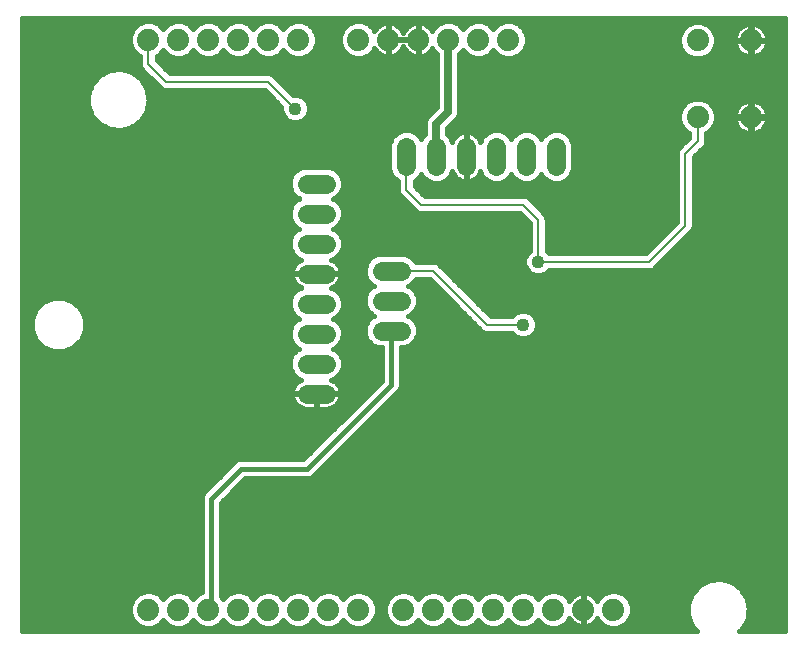
<source format=gbl>
G75*
G70*
%OFA0B0*%
%FSLAX25Y25*%
%IPPOS*%
%LPD*%
%AMOC8*
5,1,8,0,0,1.08239X$1,22.5*
%
%ADD10C,0.07400*%
%ADD11C,0.06400*%
%ADD12C,0.04362*%
%ADD13C,0.01600*%
%ADD14C,0.00800*%
%ADD15C,0.02500*%
D10*
X0046814Y0015039D03*
X0056814Y0015039D03*
X0066814Y0015039D03*
X0076814Y0015039D03*
X0086814Y0015039D03*
X0096814Y0015039D03*
X0106814Y0015039D03*
X0116814Y0015039D03*
X0131814Y0015039D03*
X0141814Y0015039D03*
X0151814Y0015039D03*
X0161814Y0015039D03*
X0171814Y0015039D03*
X0181814Y0015039D03*
X0191814Y0015039D03*
X0201814Y0015039D03*
X0229914Y0179239D03*
X0247714Y0179239D03*
X0247714Y0204839D03*
X0229914Y0204839D03*
X0166814Y0205039D03*
X0156814Y0205039D03*
X0146814Y0205039D03*
X0136814Y0205039D03*
X0126814Y0205039D03*
X0116814Y0205039D03*
X0096814Y0205039D03*
X0086814Y0205039D03*
X0076814Y0205039D03*
X0066814Y0205039D03*
X0056814Y0205039D03*
X0046814Y0205039D03*
D11*
X0099614Y0157039D02*
X0106014Y0157039D01*
X0106014Y0147039D02*
X0099614Y0147039D01*
X0099614Y0137039D02*
X0106014Y0137039D01*
X0106014Y0127039D02*
X0099614Y0127039D01*
X0099614Y0117039D02*
X0106014Y0117039D01*
X0106014Y0107039D02*
X0099614Y0107039D01*
X0099614Y0097039D02*
X0106014Y0097039D01*
X0106014Y0087039D02*
X0099614Y0087039D01*
X0124614Y0108039D02*
X0131014Y0108039D01*
X0131014Y0118039D02*
X0124614Y0118039D01*
X0124614Y0128039D02*
X0131014Y0128039D01*
X0132814Y0162839D02*
X0132814Y0169239D01*
X0142814Y0169239D02*
X0142814Y0162839D01*
X0152814Y0162839D02*
X0152814Y0169239D01*
X0162814Y0169239D02*
X0162814Y0162839D01*
X0172814Y0162839D02*
X0172814Y0169239D01*
X0182814Y0169239D02*
X0182814Y0162839D01*
D12*
X0176814Y0131039D03*
X0171814Y0110039D03*
X0222814Y0126039D03*
X0174814Y0072039D03*
X0213314Y0070789D03*
X0095814Y0182039D03*
D13*
X0004614Y0212239D02*
X0004614Y0007839D01*
X0229878Y0007839D01*
X0228184Y0009696D01*
X0228184Y0009696D01*
X0226837Y0013174D01*
X0226837Y0013174D01*
X0226837Y0016904D01*
X0226837Y0016904D01*
X0228184Y0020382D01*
X0228184Y0020382D01*
X0230697Y0023139D01*
X0230698Y0023139D01*
X0234036Y0024802D01*
X0234037Y0024802D01*
X0237750Y0025146D01*
X0237751Y0025146D01*
X0241338Y0024125D01*
X0241338Y0024125D01*
X0244315Y0021877D01*
X0244315Y0021877D01*
X0244315Y0021877D01*
X0246278Y0018706D01*
X0246278Y0018706D01*
X0246964Y0015039D01*
X0246278Y0011373D01*
X0246278Y0011372D01*
X0244315Y0008202D01*
X0244315Y0008201D01*
X0243835Y0007839D01*
X0259014Y0007839D01*
X0259014Y0212239D01*
X0004614Y0212239D01*
X0004614Y0211236D02*
X0259014Y0211236D01*
X0259014Y0209638D02*
X0250411Y0209638D01*
X0250596Y0209543D02*
X0249825Y0209936D01*
X0249002Y0210204D01*
X0248147Y0210339D01*
X0247914Y0210339D01*
X0247914Y0205042D01*
X0247513Y0205042D01*
X0247513Y0210339D01*
X0247281Y0210339D01*
X0246426Y0210204D01*
X0245603Y0209936D01*
X0244831Y0209543D01*
X0244131Y0209034D01*
X0243519Y0208422D01*
X0243010Y0207722D01*
X0242617Y0206950D01*
X0242350Y0206127D01*
X0242214Y0205272D01*
X0242214Y0205039D01*
X0247511Y0205039D01*
X0247511Y0204639D01*
X0242214Y0204639D01*
X0242214Y0204406D01*
X0242350Y0203551D01*
X0242617Y0202728D01*
X0243010Y0201957D01*
X0243519Y0201256D01*
X0244131Y0200644D01*
X0244831Y0200135D01*
X0245603Y0199742D01*
X0246426Y0199475D01*
X0247281Y0199339D01*
X0247513Y0199339D01*
X0247513Y0204637D01*
X0247914Y0204637D01*
X0247914Y0199339D01*
X0248147Y0199339D01*
X0249002Y0199475D01*
X0249825Y0199742D01*
X0250596Y0200135D01*
X0251297Y0200644D01*
X0251909Y0201256D01*
X0252418Y0201957D01*
X0252811Y0202728D01*
X0253078Y0203551D01*
X0253214Y0204406D01*
X0253214Y0204639D01*
X0247917Y0204639D01*
X0247917Y0205039D01*
X0253214Y0205039D01*
X0253214Y0205272D01*
X0253078Y0206127D01*
X0252811Y0206950D01*
X0252418Y0207722D01*
X0251909Y0208422D01*
X0251297Y0209034D01*
X0250596Y0209543D01*
X0252187Y0208039D02*
X0259014Y0208039D01*
X0259014Y0206441D02*
X0252977Y0206441D01*
X0247914Y0206441D02*
X0247513Y0206441D01*
X0247513Y0208039D02*
X0247914Y0208039D01*
X0247914Y0209638D02*
X0247513Y0209638D01*
X0245018Y0209638D02*
X0233742Y0209638D01*
X0233369Y0210010D02*
X0231128Y0210939D01*
X0228700Y0210939D01*
X0226459Y0210010D01*
X0224743Y0208294D01*
X0223814Y0206053D01*
X0223814Y0203626D01*
X0224743Y0201384D01*
X0226459Y0199668D01*
X0228700Y0198739D01*
X0231128Y0198739D01*
X0233369Y0199668D01*
X0235085Y0201384D01*
X0236014Y0203626D01*
X0236014Y0206053D01*
X0235085Y0208294D01*
X0233369Y0210010D01*
X0235191Y0208039D02*
X0243241Y0208039D01*
X0242452Y0206441D02*
X0235853Y0206441D01*
X0236014Y0204843D02*
X0247511Y0204843D01*
X0247917Y0204843D02*
X0259014Y0204843D01*
X0259014Y0203244D02*
X0252978Y0203244D01*
X0252192Y0201646D02*
X0259014Y0201646D01*
X0259014Y0200047D02*
X0250423Y0200047D01*
X0247914Y0200047D02*
X0247513Y0200047D01*
X0247513Y0201646D02*
X0247914Y0201646D01*
X0247914Y0203244D02*
X0247513Y0203244D01*
X0245004Y0200047D02*
X0233748Y0200047D01*
X0235193Y0201646D02*
X0243236Y0201646D01*
X0242449Y0203244D02*
X0235856Y0203244D01*
X0226080Y0200047D02*
X0170448Y0200047D01*
X0170269Y0199868D02*
X0171985Y0201584D01*
X0172914Y0203826D01*
X0172914Y0206253D01*
X0171985Y0208494D01*
X0170269Y0210210D01*
X0168028Y0211139D01*
X0165600Y0211139D01*
X0163359Y0210210D01*
X0161814Y0208665D01*
X0160269Y0210210D01*
X0158028Y0211139D01*
X0155600Y0211139D01*
X0153359Y0210210D01*
X0151814Y0208665D01*
X0150269Y0210210D01*
X0148028Y0211139D01*
X0145600Y0211139D01*
X0143359Y0210210D01*
X0141643Y0208494D01*
X0141446Y0208020D01*
X0141009Y0208622D01*
X0140397Y0209234D01*
X0139696Y0209743D01*
X0138925Y0210136D01*
X0138102Y0210404D01*
X0137247Y0210539D01*
X0137014Y0210539D01*
X0137014Y0205242D01*
X0136613Y0205242D01*
X0136613Y0210539D01*
X0136381Y0210539D01*
X0135526Y0210404D01*
X0134703Y0210136D01*
X0133931Y0209743D01*
X0133231Y0209234D01*
X0132619Y0208622D01*
X0132110Y0207922D01*
X0131814Y0207340D01*
X0131518Y0207922D01*
X0131009Y0208622D01*
X0130397Y0209234D01*
X0129696Y0209743D01*
X0128925Y0210136D01*
X0128102Y0210404D01*
X0127247Y0210539D01*
X0127014Y0210539D01*
X0127014Y0205242D01*
X0126613Y0205242D01*
X0126613Y0210539D01*
X0126381Y0210539D01*
X0125526Y0210404D01*
X0124703Y0210136D01*
X0123931Y0209743D01*
X0123231Y0209234D01*
X0122619Y0208622D01*
X0122181Y0208020D01*
X0121985Y0208494D01*
X0120269Y0210210D01*
X0118028Y0211139D01*
X0115600Y0211139D01*
X0113359Y0210210D01*
X0111643Y0208494D01*
X0110714Y0206253D01*
X0110714Y0203826D01*
X0111643Y0201584D01*
X0113359Y0199868D01*
X0115600Y0198939D01*
X0118028Y0198939D01*
X0120269Y0199868D01*
X0121985Y0201584D01*
X0122181Y0202059D01*
X0122619Y0201456D01*
X0123231Y0200844D01*
X0123931Y0200335D01*
X0124703Y0199942D01*
X0125526Y0199675D01*
X0126381Y0199539D01*
X0126613Y0199539D01*
X0126613Y0204837D01*
X0127014Y0204837D01*
X0127014Y0199539D01*
X0127247Y0199539D01*
X0128102Y0199675D01*
X0128925Y0199942D01*
X0129696Y0200335D01*
X0130397Y0200844D01*
X0131009Y0201456D01*
X0131518Y0202157D01*
X0131814Y0202738D01*
X0132110Y0202157D01*
X0132619Y0201456D01*
X0133231Y0200844D01*
X0133931Y0200335D01*
X0134703Y0199942D01*
X0135526Y0199675D01*
X0136381Y0199539D01*
X0136613Y0199539D01*
X0136613Y0204837D01*
X0137014Y0204837D01*
X0137014Y0199539D01*
X0137247Y0199539D01*
X0138102Y0199675D01*
X0138925Y0199942D01*
X0139696Y0200335D01*
X0140397Y0200844D01*
X0141009Y0201456D01*
X0141446Y0202059D01*
X0141643Y0201584D01*
X0143164Y0200063D01*
X0143164Y0182551D01*
X0140746Y0180133D01*
X0139720Y0179107D01*
X0139164Y0177765D01*
X0139164Y0173509D01*
X0138067Y0172411D01*
X0137814Y0171801D01*
X0137561Y0172411D01*
X0135986Y0173987D01*
X0133928Y0174839D01*
X0131700Y0174839D01*
X0129642Y0173987D01*
X0128067Y0172411D01*
X0127214Y0170353D01*
X0127214Y0161725D01*
X0128067Y0159667D01*
X0129642Y0158092D01*
X0130014Y0157938D01*
X0130014Y0155596D01*
X0130014Y0154482D01*
X0130441Y0153453D01*
X0135441Y0148453D01*
X0136228Y0147666D01*
X0137257Y0147239D01*
X0170654Y0147239D01*
X0174014Y0143880D01*
X0174014Y0134718D01*
X0172930Y0133634D01*
X0172233Y0131950D01*
X0172233Y0130128D01*
X0172930Y0128444D01*
X0174219Y0127156D01*
X0175903Y0126458D01*
X0177725Y0126458D01*
X0179409Y0127156D01*
X0180493Y0128239D01*
X0214371Y0128239D01*
X0215400Y0128666D01*
X0216187Y0129453D01*
X0228187Y0141453D01*
X0228614Y0142482D01*
X0228614Y0143596D01*
X0228614Y0165880D01*
X0232287Y0169553D01*
X0232714Y0170582D01*
X0232714Y0171696D01*
X0232714Y0173796D01*
X0233369Y0174068D01*
X0235085Y0175784D01*
X0236014Y0178026D01*
X0236014Y0180453D01*
X0235085Y0182694D01*
X0233369Y0184410D01*
X0231128Y0185339D01*
X0228700Y0185339D01*
X0226459Y0184410D01*
X0224743Y0182694D01*
X0223814Y0180453D01*
X0223814Y0178026D01*
X0224743Y0175784D01*
X0226459Y0174068D01*
X0227114Y0173796D01*
X0227114Y0172299D01*
X0224228Y0169413D01*
X0223441Y0168625D01*
X0223014Y0167596D01*
X0223014Y0144199D01*
X0212654Y0133839D01*
X0180493Y0133839D01*
X0179614Y0134718D01*
X0179614Y0145596D01*
X0179187Y0146625D01*
X0178400Y0147413D01*
X0173400Y0152413D01*
X0172371Y0152839D01*
X0171257Y0152839D01*
X0138974Y0152839D01*
X0135614Y0156199D01*
X0135614Y0157938D01*
X0135986Y0158092D01*
X0137561Y0159667D01*
X0137814Y0160278D01*
X0138067Y0159667D01*
X0139642Y0158092D01*
X0141700Y0157239D01*
X0143928Y0157239D01*
X0145986Y0158092D01*
X0147561Y0159667D01*
X0148136Y0161056D01*
X0148180Y0160920D01*
X0148538Y0160219D01*
X0149000Y0159582D01*
X0149557Y0159026D01*
X0150193Y0158563D01*
X0150894Y0158206D01*
X0151643Y0157963D01*
X0152420Y0157839D01*
X0152613Y0157839D01*
X0152613Y0165837D01*
X0153014Y0165837D01*
X0153014Y0157839D01*
X0153207Y0157839D01*
X0153985Y0157963D01*
X0154733Y0158206D01*
X0155435Y0158563D01*
X0156071Y0159026D01*
X0156628Y0159582D01*
X0157090Y0160219D01*
X0157448Y0160920D01*
X0157492Y0161056D01*
X0158067Y0159667D01*
X0159642Y0158092D01*
X0161700Y0157239D01*
X0163928Y0157239D01*
X0165986Y0158092D01*
X0167561Y0159667D01*
X0167814Y0160277D01*
X0168067Y0159667D01*
X0169642Y0158092D01*
X0171700Y0157239D01*
X0173928Y0157239D01*
X0175986Y0158092D01*
X0177561Y0159667D01*
X0177814Y0160277D01*
X0178067Y0159667D01*
X0179642Y0158092D01*
X0181700Y0157239D01*
X0183928Y0157239D01*
X0185986Y0158092D01*
X0187561Y0159667D01*
X0188414Y0161725D01*
X0188414Y0170353D01*
X0187561Y0172411D01*
X0185986Y0173987D01*
X0183928Y0174839D01*
X0181700Y0174839D01*
X0179642Y0173987D01*
X0178067Y0172411D01*
X0177814Y0171801D01*
X0177561Y0172411D01*
X0175986Y0173987D01*
X0173928Y0174839D01*
X0171700Y0174839D01*
X0169642Y0173987D01*
X0168067Y0172411D01*
X0167814Y0171801D01*
X0167561Y0172411D01*
X0165986Y0173987D01*
X0163928Y0174839D01*
X0161700Y0174839D01*
X0159642Y0173987D01*
X0158067Y0172411D01*
X0157492Y0171022D01*
X0157448Y0171159D01*
X0157090Y0171860D01*
X0156628Y0172496D01*
X0156071Y0173053D01*
X0155435Y0173515D01*
X0154733Y0173873D01*
X0153985Y0174116D01*
X0153207Y0174239D01*
X0153014Y0174239D01*
X0153014Y0166242D01*
X0152613Y0166242D01*
X0152613Y0174239D01*
X0152420Y0174239D01*
X0151643Y0174116D01*
X0150894Y0173873D01*
X0150193Y0173515D01*
X0149557Y0173053D01*
X0149000Y0172496D01*
X0148538Y0171860D01*
X0148180Y0171159D01*
X0148136Y0171022D01*
X0147561Y0172411D01*
X0146464Y0173509D01*
X0146464Y0175527D01*
X0149908Y0178972D01*
X0150464Y0180313D01*
X0150464Y0181765D01*
X0150464Y0200063D01*
X0151814Y0201413D01*
X0153359Y0199868D01*
X0155600Y0198939D01*
X0158028Y0198939D01*
X0160269Y0199868D01*
X0161814Y0201413D01*
X0163359Y0199868D01*
X0165600Y0198939D01*
X0168028Y0198939D01*
X0170269Y0199868D01*
X0172011Y0201646D02*
X0224634Y0201646D01*
X0223972Y0203244D02*
X0172673Y0203244D01*
X0172914Y0204843D02*
X0223814Y0204843D01*
X0223975Y0206441D02*
X0172836Y0206441D01*
X0172174Y0208039D02*
X0224637Y0208039D01*
X0226086Y0209638D02*
X0170842Y0209638D01*
X0162787Y0209638D02*
X0160842Y0209638D01*
X0152787Y0209638D02*
X0150842Y0209638D01*
X0142786Y0209638D02*
X0139841Y0209638D01*
X0141432Y0208039D02*
X0141455Y0208039D01*
X0137014Y0208039D02*
X0136613Y0208039D01*
X0136613Y0206441D02*
X0137014Y0206441D01*
X0136611Y0205239D02*
X0136611Y0204839D01*
X0132314Y0204839D01*
X0127017Y0204839D01*
X0127017Y0205239D01*
X0132314Y0205239D01*
X0136611Y0205239D01*
X0136611Y0204843D02*
X0127017Y0204843D01*
X0127014Y0206441D02*
X0126613Y0206441D01*
X0126613Y0208039D02*
X0127014Y0208039D01*
X0127014Y0209638D02*
X0126613Y0209638D01*
X0123787Y0209638D02*
X0120842Y0209638D01*
X0122174Y0208039D02*
X0122196Y0208039D01*
X0126613Y0203244D02*
X0127014Y0203244D01*
X0127014Y0201646D02*
X0126613Y0201646D01*
X0126613Y0200047D02*
X0127014Y0200047D01*
X0129131Y0200047D02*
X0134496Y0200047D01*
X0136613Y0200047D02*
X0137014Y0200047D01*
X0137014Y0201646D02*
X0136613Y0201646D01*
X0136613Y0203244D02*
X0137014Y0203244D01*
X0139131Y0200047D02*
X0143164Y0200047D01*
X0143164Y0198449D02*
X0049614Y0198449D01*
X0049614Y0198199D02*
X0049614Y0199596D01*
X0050269Y0199868D01*
X0051814Y0201413D01*
X0053359Y0199868D01*
X0055600Y0198939D01*
X0058028Y0198939D01*
X0060269Y0199868D01*
X0061814Y0201413D01*
X0063359Y0199868D01*
X0065600Y0198939D01*
X0068028Y0198939D01*
X0070269Y0199868D01*
X0071814Y0201413D01*
X0073359Y0199868D01*
X0075600Y0198939D01*
X0078028Y0198939D01*
X0080269Y0199868D01*
X0081814Y0201413D01*
X0083359Y0199868D01*
X0085600Y0198939D01*
X0088028Y0198939D01*
X0090269Y0199868D01*
X0091814Y0201413D01*
X0093359Y0199868D01*
X0095600Y0198939D01*
X0098028Y0198939D01*
X0100269Y0199868D01*
X0101985Y0201584D01*
X0102914Y0203826D01*
X0102914Y0206253D01*
X0101985Y0208494D01*
X0100269Y0210210D01*
X0098028Y0211139D01*
X0095600Y0211139D01*
X0093359Y0210210D01*
X0091814Y0208665D01*
X0090269Y0210210D01*
X0088028Y0211139D01*
X0085600Y0211139D01*
X0083359Y0210210D01*
X0081814Y0208665D01*
X0080269Y0210210D01*
X0078028Y0211139D01*
X0075600Y0211139D01*
X0073359Y0210210D01*
X0071814Y0208665D01*
X0070269Y0210210D01*
X0068028Y0211139D01*
X0065600Y0211139D01*
X0063359Y0210210D01*
X0061814Y0208665D01*
X0060269Y0210210D01*
X0058028Y0211139D01*
X0055600Y0211139D01*
X0053359Y0210210D01*
X0051814Y0208665D01*
X0050269Y0210210D01*
X0048028Y0211139D01*
X0045600Y0211139D01*
X0043359Y0210210D01*
X0041643Y0208494D01*
X0040714Y0206253D01*
X0040714Y0203826D01*
X0041643Y0201584D01*
X0043359Y0199868D01*
X0044014Y0199596D01*
X0044014Y0196482D01*
X0044441Y0195453D01*
X0045228Y0194666D01*
X0050441Y0189453D01*
X0051228Y0188666D01*
X0052257Y0188239D01*
X0085654Y0188239D01*
X0091233Y0182661D01*
X0091233Y0181128D01*
X0091930Y0179444D01*
X0093219Y0178156D01*
X0094903Y0177458D01*
X0096725Y0177458D01*
X0098409Y0178156D01*
X0099698Y0179444D01*
X0100395Y0181128D01*
X0100395Y0182950D01*
X0099698Y0184634D01*
X0098409Y0185923D01*
X0096725Y0186620D01*
X0095193Y0186620D01*
X0089187Y0192625D01*
X0088400Y0193413D01*
X0087371Y0193839D01*
X0053974Y0193839D01*
X0049614Y0198199D01*
X0050962Y0196850D02*
X0143164Y0196850D01*
X0143164Y0195252D02*
X0052561Y0195252D01*
X0047839Y0192055D02*
X0044079Y0192055D01*
X0044315Y0191877D02*
X0041338Y0194125D01*
X0037751Y0195146D01*
X0037750Y0195146D01*
X0034037Y0194802D01*
X0034036Y0194802D01*
X0030697Y0193139D01*
X0028184Y0190382D01*
X0026837Y0186904D01*
X0026837Y0183174D01*
X0028184Y0179696D01*
X0030697Y0176939D01*
X0030698Y0176939D01*
X0034036Y0175277D01*
X0034037Y0175277D01*
X0037750Y0174933D01*
X0037751Y0174933D01*
X0041338Y0175954D01*
X0044315Y0178201D01*
X0044315Y0178202D01*
X0046278Y0181372D01*
X0046278Y0181373D01*
X0046964Y0185039D01*
X0046278Y0188706D01*
X0044315Y0191877D01*
X0044315Y0191877D01*
X0044315Y0191877D01*
X0045194Y0190457D02*
X0049437Y0190457D01*
X0051035Y0188858D02*
X0046184Y0188858D01*
X0046278Y0188706D02*
X0046278Y0188706D01*
X0046549Y0187260D02*
X0086634Y0187260D01*
X0088232Y0185661D02*
X0046848Y0185661D01*
X0046781Y0184063D02*
X0089831Y0184063D01*
X0091233Y0182465D02*
X0046482Y0182465D01*
X0045965Y0180866D02*
X0091341Y0180866D01*
X0092107Y0179268D02*
X0044975Y0179268D01*
X0044315Y0178201D02*
X0044315Y0178201D01*
X0043610Y0177669D02*
X0094393Y0177669D01*
X0097235Y0177669D02*
X0139164Y0177669D01*
X0139164Y0176071D02*
X0041493Y0176071D01*
X0041338Y0175954D02*
X0041338Y0175954D01*
X0032441Y0176071D02*
X0004614Y0176071D01*
X0004614Y0177669D02*
X0030031Y0177669D01*
X0028574Y0179268D02*
X0004614Y0179268D01*
X0004614Y0180866D02*
X0027731Y0180866D01*
X0028184Y0179696D02*
X0028184Y0179696D01*
X0027112Y0182465D02*
X0004614Y0182465D01*
X0004614Y0184063D02*
X0026837Y0184063D01*
X0026837Y0183174D02*
X0026837Y0183174D01*
X0026837Y0185661D02*
X0004614Y0185661D01*
X0004614Y0187260D02*
X0026975Y0187260D01*
X0026837Y0186904D02*
X0026837Y0186904D01*
X0027594Y0188858D02*
X0004614Y0188858D01*
X0004614Y0190457D02*
X0028253Y0190457D01*
X0029710Y0192055D02*
X0004614Y0192055D01*
X0004614Y0193654D02*
X0031731Y0193654D01*
X0030697Y0193139D02*
X0030697Y0193139D01*
X0041338Y0194125D02*
X0041338Y0194125D01*
X0041963Y0193654D02*
X0046240Y0193654D01*
X0044642Y0195252D02*
X0004614Y0195252D01*
X0004614Y0196850D02*
X0044014Y0196850D01*
X0044014Y0198449D02*
X0004614Y0198449D01*
X0004614Y0200047D02*
X0043180Y0200047D01*
X0041617Y0201646D02*
X0004614Y0201646D01*
X0004614Y0203244D02*
X0040955Y0203244D01*
X0040714Y0204843D02*
X0004614Y0204843D01*
X0004614Y0206441D02*
X0040793Y0206441D01*
X0041455Y0208039D02*
X0004614Y0208039D01*
X0004614Y0209638D02*
X0042786Y0209638D01*
X0050842Y0209638D02*
X0052787Y0209638D01*
X0060842Y0209638D02*
X0062787Y0209638D01*
X0070842Y0209638D02*
X0072787Y0209638D01*
X0080842Y0209638D02*
X0082787Y0209638D01*
X0090842Y0209638D02*
X0092787Y0209638D01*
X0100842Y0209638D02*
X0112786Y0209638D01*
X0111455Y0208039D02*
X0102174Y0208039D01*
X0102836Y0206441D02*
X0110793Y0206441D01*
X0110714Y0204843D02*
X0102914Y0204843D01*
X0102673Y0203244D02*
X0110955Y0203244D01*
X0111617Y0201646D02*
X0102011Y0201646D01*
X0100448Y0200047D02*
X0113180Y0200047D01*
X0120448Y0200047D02*
X0124496Y0200047D01*
X0122481Y0201646D02*
X0122010Y0201646D01*
X0131146Y0201646D02*
X0132481Y0201646D01*
X0132196Y0208039D02*
X0131432Y0208039D01*
X0129841Y0209638D02*
X0133787Y0209638D01*
X0136613Y0209638D02*
X0137014Y0209638D01*
X0141146Y0201646D02*
X0141617Y0201646D01*
X0143164Y0193654D02*
X0087819Y0193654D01*
X0089757Y0192055D02*
X0143164Y0192055D01*
X0143164Y0190457D02*
X0091356Y0190457D01*
X0092954Y0188858D02*
X0143164Y0188858D01*
X0143164Y0187260D02*
X0094553Y0187260D01*
X0098670Y0185661D02*
X0143164Y0185661D01*
X0143164Y0184063D02*
X0099934Y0184063D01*
X0100395Y0182465D02*
X0143078Y0182465D01*
X0141479Y0180866D02*
X0100286Y0180866D01*
X0099521Y0179268D02*
X0139881Y0179268D01*
X0139164Y0174472D02*
X0134813Y0174472D01*
X0137099Y0172874D02*
X0138530Y0172874D01*
X0130815Y0174472D02*
X0004614Y0174472D01*
X0004614Y0172874D02*
X0128529Y0172874D01*
X0127596Y0171276D02*
X0004614Y0171276D01*
X0004614Y0169677D02*
X0127214Y0169677D01*
X0127214Y0168079D02*
X0004614Y0168079D01*
X0004614Y0166480D02*
X0127214Y0166480D01*
X0127214Y0164882D02*
X0004614Y0164882D01*
X0004614Y0163283D02*
X0127214Y0163283D01*
X0127231Y0161685D02*
X0109288Y0161685D01*
X0109186Y0161787D02*
X0107128Y0162639D01*
X0098500Y0162639D01*
X0096442Y0161787D01*
X0094867Y0160211D01*
X0094014Y0158153D01*
X0094014Y0155925D01*
X0094867Y0153867D01*
X0096442Y0152292D01*
X0097052Y0152039D01*
X0096442Y0151787D01*
X0094867Y0150211D01*
X0094014Y0148153D01*
X0094014Y0145925D01*
X0094867Y0143867D01*
X0096442Y0142292D01*
X0097052Y0142039D01*
X0096442Y0141787D01*
X0094867Y0140211D01*
X0094014Y0138153D01*
X0094014Y0135925D01*
X0094867Y0133867D01*
X0096442Y0132292D01*
X0097830Y0131717D01*
X0097694Y0131673D01*
X0096993Y0131315D01*
X0004614Y0131315D01*
X0004614Y0129717D02*
X0095379Y0129717D01*
X0095338Y0129660D02*
X0094980Y0128959D01*
X0094737Y0128210D01*
X0094614Y0127433D01*
X0094614Y0127239D01*
X0102611Y0127239D01*
X0102611Y0126839D01*
X0094614Y0126839D01*
X0094614Y0126646D01*
X0094737Y0125868D01*
X0094980Y0125120D01*
X0095338Y0124419D01*
X0095800Y0123782D01*
X0096357Y0123226D01*
X0096993Y0122763D01*
X0097694Y0122406D01*
X0097830Y0122361D01*
X0096442Y0121787D01*
X0094867Y0120211D01*
X0094014Y0118153D01*
X0094014Y0115925D01*
X0094867Y0113867D01*
X0096442Y0112292D01*
X0097052Y0112039D01*
X0096442Y0111787D01*
X0094867Y0110211D01*
X0094014Y0108153D01*
X0094014Y0105925D01*
X0094867Y0103867D01*
X0096442Y0102292D01*
X0097052Y0102039D01*
X0096442Y0101787D01*
X0094867Y0100211D01*
X0094014Y0098153D01*
X0094014Y0095925D01*
X0094867Y0093867D01*
X0096442Y0092292D01*
X0097830Y0091717D01*
X0097694Y0091673D01*
X0096993Y0091315D01*
X0096357Y0090853D01*
X0095800Y0090296D01*
X0095338Y0089660D01*
X0094980Y0088959D01*
X0094737Y0088210D01*
X0094614Y0087433D01*
X0094614Y0087239D01*
X0102611Y0087239D01*
X0102611Y0086839D01*
X0094614Y0086839D01*
X0094614Y0086646D01*
X0094737Y0085868D01*
X0094980Y0085120D01*
X0095338Y0084419D01*
X0095800Y0083782D01*
X0096357Y0083226D01*
X0096993Y0082763D01*
X0097694Y0082406D01*
X0098443Y0082163D01*
X0099220Y0082039D01*
X0102613Y0082039D01*
X0102613Y0086837D01*
X0103014Y0086837D01*
X0103014Y0082039D01*
X0106407Y0082039D01*
X0107185Y0082163D01*
X0107933Y0082406D01*
X0108635Y0082763D01*
X0109271Y0083226D01*
X0109828Y0083782D01*
X0110290Y0084419D01*
X0110648Y0085120D01*
X0110891Y0085868D01*
X0111014Y0086646D01*
X0111014Y0086839D01*
X0103017Y0086839D01*
X0103017Y0087239D01*
X0111014Y0087239D01*
X0111014Y0087433D01*
X0110891Y0088210D01*
X0110648Y0088959D01*
X0110290Y0089660D01*
X0109828Y0090296D01*
X0109271Y0090853D01*
X0108635Y0091315D01*
X0107933Y0091673D01*
X0107798Y0091717D01*
X0109186Y0092292D01*
X0110761Y0093867D01*
X0111614Y0095925D01*
X0111614Y0098153D01*
X0110761Y0100211D01*
X0109186Y0101787D01*
X0108576Y0102039D01*
X0109186Y0102292D01*
X0110761Y0103867D01*
X0111614Y0105925D01*
X0111614Y0108153D01*
X0110761Y0110211D01*
X0109186Y0111787D01*
X0108576Y0112039D01*
X0109186Y0112292D01*
X0110761Y0113867D01*
X0111614Y0115925D01*
X0111614Y0118153D01*
X0110761Y0120211D01*
X0109186Y0121787D01*
X0107798Y0122361D01*
X0107933Y0122406D01*
X0108635Y0122763D01*
X0109271Y0123226D01*
X0109828Y0123782D01*
X0110290Y0124419D01*
X0110648Y0125120D01*
X0110891Y0125868D01*
X0111014Y0126646D01*
X0111014Y0126839D01*
X0103017Y0126839D01*
X0103017Y0127239D01*
X0111014Y0127239D01*
X0111014Y0127433D01*
X0110891Y0128210D01*
X0110648Y0128959D01*
X0110290Y0129660D01*
X0109828Y0130296D01*
X0109271Y0130853D01*
X0108635Y0131315D01*
X0119970Y0131315D01*
X0119867Y0131211D02*
X0119014Y0129153D01*
X0119014Y0126925D01*
X0119867Y0124867D01*
X0121442Y0123292D01*
X0122052Y0123039D01*
X0121442Y0122787D01*
X0119867Y0121211D01*
X0119014Y0119153D01*
X0119014Y0116925D01*
X0119867Y0114867D01*
X0121442Y0113292D01*
X0122052Y0113039D01*
X0121442Y0112787D01*
X0119867Y0111211D01*
X0119014Y0109153D01*
X0119014Y0106925D01*
X0119867Y0104867D01*
X0121442Y0103292D01*
X0123500Y0102439D01*
X0124614Y0102439D01*
X0124614Y0091365D01*
X0098488Y0065239D01*
X0078451Y0065239D01*
X0077177Y0065239D01*
X0076001Y0064752D01*
X0066001Y0054752D01*
X0065101Y0053852D01*
X0064614Y0052676D01*
X0064614Y0020730D01*
X0063359Y0020210D01*
X0061814Y0018665D01*
X0060269Y0020210D01*
X0058028Y0021139D01*
X0055600Y0021139D01*
X0053359Y0020210D01*
X0051814Y0018665D01*
X0050269Y0020210D01*
X0048028Y0021139D01*
X0045600Y0021139D01*
X0043359Y0020210D01*
X0041643Y0018494D01*
X0040714Y0016253D01*
X0040714Y0013826D01*
X0041643Y0011584D01*
X0043359Y0009868D01*
X0045600Y0008939D01*
X0048028Y0008939D01*
X0050269Y0009868D01*
X0051814Y0011413D01*
X0053359Y0009868D01*
X0055600Y0008939D01*
X0058028Y0008939D01*
X0060269Y0009868D01*
X0061814Y0011413D01*
X0063359Y0009868D01*
X0065600Y0008939D01*
X0068028Y0008939D01*
X0070269Y0009868D01*
X0071814Y0011413D01*
X0073359Y0009868D01*
X0075600Y0008939D01*
X0078028Y0008939D01*
X0080269Y0009868D01*
X0081814Y0011413D01*
X0083359Y0009868D01*
X0085600Y0008939D01*
X0088028Y0008939D01*
X0090269Y0009868D01*
X0091814Y0011413D01*
X0093359Y0009868D01*
X0095600Y0008939D01*
X0098028Y0008939D01*
X0100269Y0009868D01*
X0101814Y0011413D01*
X0103359Y0009868D01*
X0105600Y0008939D01*
X0108028Y0008939D01*
X0110269Y0009868D01*
X0111814Y0011413D01*
X0113359Y0009868D01*
X0115600Y0008939D01*
X0118028Y0008939D01*
X0120269Y0009868D01*
X0121985Y0011584D01*
X0122914Y0013826D01*
X0122914Y0016253D01*
X0121985Y0018494D01*
X0120269Y0020210D01*
X0118028Y0021139D01*
X0115600Y0021139D01*
X0113359Y0020210D01*
X0111814Y0018665D01*
X0110269Y0020210D01*
X0108028Y0021139D01*
X0105600Y0021139D01*
X0103359Y0020210D01*
X0101814Y0018665D01*
X0100269Y0020210D01*
X0098028Y0021139D01*
X0095600Y0021139D01*
X0093359Y0020210D01*
X0091814Y0018665D01*
X0090269Y0020210D01*
X0088028Y0021139D01*
X0085600Y0021139D01*
X0083359Y0020210D01*
X0081814Y0018665D01*
X0080269Y0020210D01*
X0078028Y0021139D01*
X0075600Y0021139D01*
X0073359Y0020210D01*
X0071814Y0018665D01*
X0071014Y0019466D01*
X0071014Y0050713D01*
X0079140Y0058839D01*
X0100451Y0058839D01*
X0101627Y0059326D01*
X0102527Y0060226D01*
X0130527Y0088226D01*
X0131014Y0089402D01*
X0131014Y0090676D01*
X0131014Y0102439D01*
X0132128Y0102439D01*
X0134186Y0103292D01*
X0135761Y0104867D01*
X0136614Y0106925D01*
X0136614Y0109153D01*
X0135761Y0111211D01*
X0134186Y0112787D01*
X0133576Y0113039D01*
X0134186Y0113292D01*
X0135761Y0114867D01*
X0136614Y0116925D01*
X0136614Y0119153D01*
X0135761Y0121211D01*
X0134186Y0122787D01*
X0133576Y0123039D01*
X0134186Y0123292D01*
X0135761Y0124867D01*
X0135915Y0125239D01*
X0140654Y0125239D01*
X0158228Y0107666D01*
X0159257Y0107239D01*
X0160371Y0107239D01*
X0168135Y0107239D01*
X0169219Y0106156D01*
X0170903Y0105458D01*
X0172725Y0105458D01*
X0174409Y0106156D01*
X0175698Y0107444D01*
X0176395Y0109128D01*
X0176395Y0110950D01*
X0175698Y0112634D01*
X0174409Y0113923D01*
X0172725Y0114620D01*
X0170903Y0114620D01*
X0169219Y0113923D01*
X0168135Y0112839D01*
X0160974Y0112839D01*
X0143400Y0130413D01*
X0142371Y0130839D01*
X0141257Y0130839D01*
X0135915Y0130839D01*
X0135761Y0131211D01*
X0134186Y0132787D01*
X0132128Y0133639D01*
X0123500Y0133639D01*
X0121442Y0132787D01*
X0119867Y0131211D01*
X0119248Y0129717D02*
X0110249Y0129717D01*
X0110906Y0128118D02*
X0119014Y0128118D01*
X0119182Y0126520D02*
X0110994Y0126520D01*
X0110546Y0124921D02*
X0119844Y0124921D01*
X0121411Y0123323D02*
X0109369Y0123323D01*
X0109248Y0121724D02*
X0120380Y0121724D01*
X0119417Y0120126D02*
X0110797Y0120126D01*
X0111459Y0118528D02*
X0119014Y0118528D01*
X0119014Y0116929D02*
X0111614Y0116929D01*
X0111367Y0115331D02*
X0119674Y0115331D01*
X0121001Y0113732D02*
X0110627Y0113732D01*
X0108804Y0112134D02*
X0120789Y0112134D01*
X0119587Y0110535D02*
X0110437Y0110535D01*
X0111289Y0108937D02*
X0119014Y0108937D01*
X0119014Y0107339D02*
X0111614Y0107339D01*
X0111537Y0105740D02*
X0119505Y0105740D01*
X0120592Y0104142D02*
X0110875Y0104142D01*
X0109438Y0102543D02*
X0123249Y0102543D01*
X0124614Y0100945D02*
X0110028Y0100945D01*
X0111120Y0099346D02*
X0124614Y0099346D01*
X0124614Y0097748D02*
X0111614Y0097748D01*
X0111614Y0096150D02*
X0124614Y0096150D01*
X0124614Y0094551D02*
X0111044Y0094551D01*
X0109847Y0092953D02*
X0124614Y0092953D01*
X0124604Y0091354D02*
X0108558Y0091354D01*
X0110220Y0089756D02*
X0123005Y0089756D01*
X0121407Y0088157D02*
X0110899Y0088157D01*
X0111000Y0086559D02*
X0119808Y0086559D01*
X0118210Y0084961D02*
X0110567Y0084961D01*
X0109408Y0083362D02*
X0116611Y0083362D01*
X0115013Y0081764D02*
X0004614Y0081764D01*
X0004614Y0083362D02*
X0096220Y0083362D01*
X0095061Y0084961D02*
X0004614Y0084961D01*
X0004614Y0086559D02*
X0094628Y0086559D01*
X0094729Y0088157D02*
X0004614Y0088157D01*
X0004614Y0089756D02*
X0095408Y0089756D01*
X0097070Y0091354D02*
X0004614Y0091354D01*
X0004614Y0092953D02*
X0095781Y0092953D01*
X0094583Y0094551D02*
X0004614Y0094551D01*
X0004614Y0096150D02*
X0094014Y0096150D01*
X0094014Y0097748D02*
X0004614Y0097748D01*
X0004614Y0099346D02*
X0094509Y0099346D01*
X0095600Y0100945D02*
X0004614Y0100945D01*
X0004614Y0102543D02*
X0011723Y0102543D01*
X0011772Y0102494D02*
X0015044Y0101139D01*
X0018584Y0101139D01*
X0021856Y0102494D01*
X0024359Y0104998D01*
X0025714Y0108269D01*
X0025714Y0111809D01*
X0024359Y0115081D01*
X0021856Y0117584D01*
X0018584Y0118939D01*
X0015044Y0118939D01*
X0011772Y0117584D01*
X0009269Y0115081D01*
X0007914Y0111809D01*
X0007914Y0108269D01*
X0009269Y0104998D01*
X0011772Y0102494D01*
X0010125Y0104142D02*
X0004614Y0104142D01*
X0004614Y0105740D02*
X0008961Y0105740D01*
X0008299Y0107339D02*
X0004614Y0107339D01*
X0004614Y0108937D02*
X0007914Y0108937D01*
X0007914Y0110535D02*
X0004614Y0110535D01*
X0004614Y0112134D02*
X0008049Y0112134D01*
X0008711Y0113732D02*
X0004614Y0113732D01*
X0004614Y0115331D02*
X0009519Y0115331D01*
X0011117Y0116929D02*
X0004614Y0116929D01*
X0004614Y0118528D02*
X0014050Y0118528D01*
X0019578Y0118528D02*
X0094169Y0118528D01*
X0094014Y0116929D02*
X0022511Y0116929D01*
X0024109Y0115331D02*
X0094260Y0115331D01*
X0095001Y0113732D02*
X0024918Y0113732D01*
X0025580Y0112134D02*
X0096823Y0112134D01*
X0095191Y0110535D02*
X0025714Y0110535D01*
X0025714Y0108937D02*
X0094339Y0108937D01*
X0094014Y0107339D02*
X0025328Y0107339D01*
X0024667Y0105740D02*
X0094091Y0105740D01*
X0094752Y0104142D02*
X0023503Y0104142D01*
X0021905Y0102543D02*
X0096190Y0102543D01*
X0102613Y0086559D02*
X0103014Y0086559D01*
X0103014Y0084961D02*
X0102613Y0084961D01*
X0102613Y0083362D02*
X0103014Y0083362D01*
X0110218Y0076969D02*
X0004614Y0076969D01*
X0004614Y0078567D02*
X0111816Y0078567D01*
X0113415Y0080165D02*
X0004614Y0080165D01*
X0004614Y0075370D02*
X0108619Y0075370D01*
X0107021Y0073772D02*
X0004614Y0073772D01*
X0004614Y0072173D02*
X0105422Y0072173D01*
X0103824Y0070575D02*
X0004614Y0070575D01*
X0004614Y0068976D02*
X0102226Y0068976D01*
X0100627Y0067378D02*
X0004614Y0067378D01*
X0004614Y0065780D02*
X0099029Y0065780D01*
X0099814Y0062039D02*
X0077814Y0062039D01*
X0067814Y0052039D01*
X0067814Y0016039D01*
X0066814Y0015039D01*
X0071054Y0019425D02*
X0072574Y0019425D01*
X0071014Y0021024D02*
X0075322Y0021024D01*
X0078306Y0021024D02*
X0085322Y0021024D01*
X0088306Y0021024D02*
X0095322Y0021024D01*
X0098306Y0021024D02*
X0105322Y0021024D01*
X0108306Y0021024D02*
X0115322Y0021024D01*
X0118306Y0021024D02*
X0130322Y0021024D01*
X0130600Y0021139D02*
X0128359Y0020210D01*
X0126643Y0018494D01*
X0125714Y0016253D01*
X0125714Y0013826D01*
X0126643Y0011584D01*
X0128359Y0009868D01*
X0130600Y0008939D01*
X0133028Y0008939D01*
X0135269Y0009868D01*
X0136814Y0011413D01*
X0138359Y0009868D01*
X0140600Y0008939D01*
X0143028Y0008939D01*
X0145269Y0009868D01*
X0146814Y0011413D01*
X0148359Y0009868D01*
X0150600Y0008939D01*
X0153028Y0008939D01*
X0155269Y0009868D01*
X0156814Y0011413D01*
X0158359Y0009868D01*
X0160600Y0008939D01*
X0163028Y0008939D01*
X0165269Y0009868D01*
X0166814Y0011413D01*
X0168359Y0009868D01*
X0170600Y0008939D01*
X0173028Y0008939D01*
X0175269Y0009868D01*
X0176814Y0011413D01*
X0178359Y0009868D01*
X0180600Y0008939D01*
X0183028Y0008939D01*
X0185269Y0009868D01*
X0186985Y0011584D01*
X0187181Y0012059D01*
X0187619Y0011456D01*
X0188231Y0010844D01*
X0188931Y0010335D01*
X0189703Y0009942D01*
X0190526Y0009675D01*
X0191381Y0009539D01*
X0191613Y0009539D01*
X0191613Y0014837D01*
X0192014Y0014837D01*
X0192014Y0009539D01*
X0192247Y0009539D01*
X0193102Y0009675D01*
X0193925Y0009942D01*
X0194696Y0010335D01*
X0195397Y0010844D01*
X0196009Y0011456D01*
X0196446Y0012059D01*
X0196643Y0011584D01*
X0198359Y0009868D01*
X0200600Y0008939D01*
X0203028Y0008939D01*
X0205269Y0009868D01*
X0206985Y0011584D01*
X0207914Y0013826D01*
X0207914Y0016253D01*
X0206985Y0018494D01*
X0205269Y0020210D01*
X0203028Y0021139D01*
X0200600Y0021139D01*
X0198359Y0020210D01*
X0196643Y0018494D01*
X0196446Y0018019D01*
X0196009Y0018622D01*
X0195397Y0019234D01*
X0194696Y0019743D01*
X0193925Y0020136D01*
X0193102Y0020404D01*
X0192247Y0020539D01*
X0192014Y0020539D01*
X0192014Y0015242D01*
X0191613Y0015242D01*
X0191613Y0020539D01*
X0191381Y0020539D01*
X0190526Y0020404D01*
X0189703Y0020136D01*
X0188931Y0019743D01*
X0188231Y0019234D01*
X0187619Y0018622D01*
X0187181Y0018019D01*
X0186985Y0018494D01*
X0185269Y0020210D01*
X0183028Y0021139D01*
X0180600Y0021139D01*
X0178359Y0020210D01*
X0176814Y0018665D01*
X0175269Y0020210D01*
X0173028Y0021139D01*
X0170600Y0021139D01*
X0168359Y0020210D01*
X0166814Y0018665D01*
X0165269Y0020210D01*
X0163028Y0021139D01*
X0160600Y0021139D01*
X0158359Y0020210D01*
X0156814Y0018665D01*
X0155269Y0020210D01*
X0153028Y0021139D01*
X0150600Y0021139D01*
X0148359Y0020210D01*
X0146814Y0018665D01*
X0145269Y0020210D01*
X0143028Y0021139D01*
X0140600Y0021139D01*
X0138359Y0020210D01*
X0136814Y0018665D01*
X0135269Y0020210D01*
X0133028Y0021139D01*
X0130600Y0021139D01*
X0133306Y0021024D02*
X0140322Y0021024D01*
X0143306Y0021024D02*
X0150322Y0021024D01*
X0153306Y0021024D02*
X0160322Y0021024D01*
X0163306Y0021024D02*
X0170322Y0021024D01*
X0173306Y0021024D02*
X0180322Y0021024D01*
X0183306Y0021024D02*
X0200322Y0021024D01*
X0203306Y0021024D02*
X0228769Y0021024D01*
X0227814Y0019425D02*
X0206054Y0019425D01*
X0207262Y0017827D02*
X0227194Y0017827D01*
X0226837Y0016228D02*
X0207914Y0016228D01*
X0207914Y0014630D02*
X0226837Y0014630D01*
X0226892Y0013031D02*
X0207585Y0013031D01*
X0206834Y0011433D02*
X0227511Y0011433D01*
X0228131Y0009835D02*
X0205188Y0009835D01*
X0198439Y0009835D02*
X0193594Y0009835D01*
X0192014Y0009835D02*
X0191613Y0009835D01*
X0190033Y0009835D02*
X0185188Y0009835D01*
X0186834Y0011433D02*
X0187642Y0011433D01*
X0191613Y0011433D02*
X0192014Y0011433D01*
X0192014Y0013031D02*
X0191613Y0013031D01*
X0191613Y0014630D02*
X0192014Y0014630D01*
X0192014Y0016228D02*
X0191613Y0016228D01*
X0191613Y0017827D02*
X0192014Y0017827D01*
X0192014Y0019425D02*
X0191613Y0019425D01*
X0188494Y0019425D02*
X0186054Y0019425D01*
X0177574Y0019425D02*
X0176054Y0019425D01*
X0167574Y0019425D02*
X0166054Y0019425D01*
X0157574Y0019425D02*
X0156054Y0019425D01*
X0147574Y0019425D02*
X0146054Y0019425D01*
X0137574Y0019425D02*
X0136054Y0019425D01*
X0127574Y0019425D02*
X0121054Y0019425D01*
X0122262Y0017827D02*
X0126367Y0017827D01*
X0125714Y0016228D02*
X0122914Y0016228D01*
X0122914Y0014630D02*
X0125714Y0014630D01*
X0126043Y0013031D02*
X0122585Y0013031D01*
X0121834Y0011433D02*
X0126794Y0011433D01*
X0128439Y0009835D02*
X0120188Y0009835D01*
X0113439Y0009835D02*
X0110188Y0009835D01*
X0103439Y0009835D02*
X0100188Y0009835D01*
X0093439Y0009835D02*
X0090188Y0009835D01*
X0083439Y0009835D02*
X0080188Y0009835D01*
X0073439Y0009835D02*
X0070188Y0009835D01*
X0063439Y0009835D02*
X0060188Y0009835D01*
X0053439Y0009835D02*
X0050188Y0009835D01*
X0043439Y0009835D02*
X0004614Y0009835D01*
X0004614Y0011433D02*
X0041794Y0011433D01*
X0041043Y0013031D02*
X0004614Y0013031D01*
X0004614Y0014630D02*
X0040714Y0014630D01*
X0040714Y0016228D02*
X0004614Y0016228D01*
X0004614Y0017827D02*
X0041367Y0017827D01*
X0042574Y0019425D02*
X0004614Y0019425D01*
X0004614Y0021024D02*
X0045322Y0021024D01*
X0048306Y0021024D02*
X0055322Y0021024D01*
X0058306Y0021024D02*
X0064614Y0021024D01*
X0064614Y0022622D02*
X0004614Y0022622D01*
X0004614Y0024220D02*
X0064614Y0024220D01*
X0064614Y0025819D02*
X0004614Y0025819D01*
X0004614Y0027417D02*
X0064614Y0027417D01*
X0064614Y0029016D02*
X0004614Y0029016D01*
X0004614Y0030614D02*
X0064614Y0030614D01*
X0064614Y0032213D02*
X0004614Y0032213D01*
X0004614Y0033811D02*
X0064614Y0033811D01*
X0064614Y0035409D02*
X0004614Y0035409D01*
X0004614Y0037008D02*
X0064614Y0037008D01*
X0064614Y0038606D02*
X0004614Y0038606D01*
X0004614Y0040205D02*
X0064614Y0040205D01*
X0064614Y0041803D02*
X0004614Y0041803D01*
X0004614Y0043402D02*
X0064614Y0043402D01*
X0064614Y0045000D02*
X0004614Y0045000D01*
X0004614Y0046598D02*
X0064614Y0046598D01*
X0064614Y0048197D02*
X0004614Y0048197D01*
X0004614Y0049795D02*
X0064614Y0049795D01*
X0064614Y0051394D02*
X0004614Y0051394D01*
X0004614Y0052992D02*
X0064745Y0052992D01*
X0065840Y0054591D02*
X0004614Y0054591D01*
X0004614Y0056189D02*
X0067438Y0056189D01*
X0069037Y0057787D02*
X0004614Y0057787D01*
X0004614Y0059386D02*
X0070635Y0059386D01*
X0072233Y0060984D02*
X0004614Y0060984D01*
X0004614Y0062583D02*
X0073832Y0062583D01*
X0075430Y0064181D02*
X0004614Y0064181D01*
X0071014Y0049795D02*
X0259014Y0049795D01*
X0259014Y0048197D02*
X0071014Y0048197D01*
X0071014Y0046598D02*
X0259014Y0046598D01*
X0259014Y0045000D02*
X0071014Y0045000D01*
X0071014Y0043402D02*
X0259014Y0043402D01*
X0259014Y0041803D02*
X0071014Y0041803D01*
X0071014Y0040205D02*
X0259014Y0040205D01*
X0259014Y0038606D02*
X0071014Y0038606D01*
X0071014Y0037008D02*
X0259014Y0037008D01*
X0259014Y0035409D02*
X0071014Y0035409D01*
X0071014Y0033811D02*
X0259014Y0033811D01*
X0259014Y0032213D02*
X0071014Y0032213D01*
X0071014Y0030614D02*
X0259014Y0030614D01*
X0259014Y0029016D02*
X0071014Y0029016D01*
X0071014Y0027417D02*
X0259014Y0027417D01*
X0259014Y0025819D02*
X0071014Y0025819D01*
X0071014Y0024220D02*
X0232870Y0024220D01*
X0230226Y0022622D02*
X0071014Y0022622D01*
X0062574Y0019425D02*
X0061054Y0019425D01*
X0052574Y0019425D02*
X0051054Y0019425D01*
X0081054Y0019425D02*
X0082574Y0019425D01*
X0091054Y0019425D02*
X0092574Y0019425D01*
X0101054Y0019425D02*
X0102574Y0019425D01*
X0111054Y0019425D02*
X0112574Y0019425D01*
X0135188Y0009835D02*
X0138439Y0009835D01*
X0145188Y0009835D02*
X0148439Y0009835D01*
X0155188Y0009835D02*
X0158439Y0009835D01*
X0165188Y0009835D02*
X0168439Y0009835D01*
X0175188Y0009835D02*
X0178439Y0009835D01*
X0195986Y0011433D02*
X0196794Y0011433D01*
X0197574Y0019425D02*
X0195134Y0019425D01*
X0229515Y0008236D02*
X0004614Y0008236D01*
X0071694Y0051394D02*
X0259014Y0051394D01*
X0259014Y0052992D02*
X0073293Y0052992D01*
X0074891Y0054591D02*
X0259014Y0054591D01*
X0259014Y0056189D02*
X0076489Y0056189D01*
X0078088Y0057787D02*
X0259014Y0057787D01*
X0259014Y0059386D02*
X0101686Y0059386D01*
X0103285Y0060984D02*
X0259014Y0060984D01*
X0259014Y0062583D02*
X0104883Y0062583D01*
X0106481Y0064181D02*
X0259014Y0064181D01*
X0259014Y0065780D02*
X0108080Y0065780D01*
X0109678Y0067378D02*
X0259014Y0067378D01*
X0259014Y0068976D02*
X0111277Y0068976D01*
X0112875Y0070575D02*
X0259014Y0070575D01*
X0259014Y0072173D02*
X0114474Y0072173D01*
X0116072Y0073772D02*
X0259014Y0073772D01*
X0259014Y0075370D02*
X0117670Y0075370D01*
X0119269Y0076969D02*
X0259014Y0076969D01*
X0259014Y0078567D02*
X0120867Y0078567D01*
X0122466Y0080165D02*
X0259014Y0080165D01*
X0259014Y0081764D02*
X0124064Y0081764D01*
X0125663Y0083362D02*
X0259014Y0083362D01*
X0259014Y0084961D02*
X0127261Y0084961D01*
X0128859Y0086559D02*
X0259014Y0086559D01*
X0259014Y0088157D02*
X0130458Y0088157D01*
X0131014Y0089756D02*
X0259014Y0089756D01*
X0259014Y0091354D02*
X0131014Y0091354D01*
X0131014Y0092953D02*
X0259014Y0092953D01*
X0259014Y0094551D02*
X0131014Y0094551D01*
X0131014Y0096150D02*
X0259014Y0096150D01*
X0259014Y0097748D02*
X0131014Y0097748D01*
X0131014Y0099346D02*
X0259014Y0099346D01*
X0259014Y0100945D02*
X0131014Y0100945D01*
X0132379Y0102543D02*
X0259014Y0102543D01*
X0259014Y0104142D02*
X0135036Y0104142D01*
X0136123Y0105740D02*
X0170222Y0105740D01*
X0173406Y0105740D02*
X0259014Y0105740D01*
X0259014Y0107339D02*
X0175592Y0107339D01*
X0176316Y0108937D02*
X0259014Y0108937D01*
X0259014Y0110535D02*
X0176395Y0110535D01*
X0175905Y0112134D02*
X0259014Y0112134D01*
X0259014Y0113732D02*
X0174600Y0113732D01*
X0169028Y0113732D02*
X0160080Y0113732D01*
X0158482Y0115331D02*
X0259014Y0115331D01*
X0259014Y0116929D02*
X0156883Y0116929D01*
X0155285Y0118528D02*
X0259014Y0118528D01*
X0259014Y0120126D02*
X0153687Y0120126D01*
X0152088Y0121724D02*
X0259014Y0121724D01*
X0259014Y0123323D02*
X0150490Y0123323D01*
X0148891Y0124921D02*
X0259014Y0124921D01*
X0259014Y0126520D02*
X0177873Y0126520D01*
X0175754Y0126520D02*
X0147293Y0126520D01*
X0145694Y0128118D02*
X0173256Y0128118D01*
X0172403Y0129717D02*
X0144096Y0129717D01*
X0140972Y0124921D02*
X0135784Y0124921D01*
X0134217Y0123323D02*
X0142571Y0123323D01*
X0144169Y0121724D02*
X0135248Y0121724D01*
X0136211Y0120126D02*
X0145768Y0120126D01*
X0147366Y0118528D02*
X0136614Y0118528D01*
X0136614Y0116929D02*
X0148965Y0116929D01*
X0150563Y0115331D02*
X0135953Y0115331D01*
X0134627Y0113732D02*
X0152161Y0113732D01*
X0153760Y0112134D02*
X0134839Y0112134D01*
X0136042Y0110535D02*
X0155358Y0110535D01*
X0156957Y0108937D02*
X0136614Y0108937D01*
X0136614Y0107339D02*
X0159017Y0107339D01*
X0180372Y0128118D02*
X0259014Y0128118D01*
X0259014Y0129717D02*
X0216451Y0129717D01*
X0218049Y0131315D02*
X0259014Y0131315D01*
X0259014Y0132913D02*
X0219648Y0132913D01*
X0221246Y0134512D02*
X0259014Y0134512D01*
X0259014Y0136110D02*
X0222844Y0136110D01*
X0224443Y0137709D02*
X0259014Y0137709D01*
X0259014Y0139307D02*
X0226041Y0139307D01*
X0227640Y0140906D02*
X0259014Y0140906D01*
X0259014Y0142504D02*
X0228614Y0142504D01*
X0228614Y0144102D02*
X0259014Y0144102D01*
X0259014Y0145701D02*
X0228614Y0145701D01*
X0228614Y0147299D02*
X0259014Y0147299D01*
X0259014Y0148898D02*
X0228614Y0148898D01*
X0228614Y0150496D02*
X0259014Y0150496D01*
X0259014Y0152094D02*
X0228614Y0152094D01*
X0228614Y0153693D02*
X0259014Y0153693D01*
X0259014Y0155291D02*
X0228614Y0155291D01*
X0228614Y0156890D02*
X0259014Y0156890D01*
X0259014Y0158488D02*
X0228614Y0158488D01*
X0228614Y0160087D02*
X0259014Y0160087D01*
X0259014Y0161685D02*
X0228614Y0161685D01*
X0228614Y0163283D02*
X0259014Y0163283D01*
X0259014Y0164882D02*
X0228614Y0164882D01*
X0229214Y0166480D02*
X0259014Y0166480D01*
X0259014Y0168079D02*
X0230813Y0168079D01*
X0232339Y0169677D02*
X0259014Y0169677D01*
X0259014Y0171276D02*
X0232714Y0171276D01*
X0232714Y0172874D02*
X0259014Y0172874D01*
X0259014Y0174472D02*
X0250473Y0174472D01*
X0250596Y0174535D02*
X0251297Y0175044D01*
X0251909Y0175656D01*
X0252418Y0176357D01*
X0252811Y0177128D01*
X0253078Y0177951D01*
X0253214Y0178806D01*
X0253214Y0179039D01*
X0247917Y0179039D01*
X0247917Y0179439D01*
X0253214Y0179439D01*
X0253214Y0179672D01*
X0253078Y0180527D01*
X0252811Y0181350D01*
X0252418Y0182122D01*
X0251909Y0182822D01*
X0251297Y0183434D01*
X0250596Y0183943D01*
X0249825Y0184336D01*
X0249002Y0184604D01*
X0248147Y0184739D01*
X0247914Y0184739D01*
X0247914Y0179442D01*
X0247513Y0179442D01*
X0247513Y0184739D01*
X0247281Y0184739D01*
X0246426Y0184604D01*
X0245603Y0184336D01*
X0244831Y0183943D01*
X0244131Y0183434D01*
X0243519Y0182822D01*
X0243010Y0182122D01*
X0242617Y0181350D01*
X0242350Y0180527D01*
X0242214Y0179672D01*
X0242214Y0179439D01*
X0247511Y0179439D01*
X0247511Y0179039D01*
X0242214Y0179039D01*
X0242214Y0178806D01*
X0242350Y0177951D01*
X0242617Y0177128D01*
X0243010Y0176357D01*
X0243519Y0175656D01*
X0244131Y0175044D01*
X0244831Y0174535D01*
X0245603Y0174142D01*
X0246426Y0173875D01*
X0247281Y0173739D01*
X0247513Y0173739D01*
X0247513Y0179037D01*
X0247914Y0179037D01*
X0247914Y0173739D01*
X0248147Y0173739D01*
X0249002Y0173875D01*
X0249825Y0174142D01*
X0250596Y0174535D01*
X0252210Y0176071D02*
X0259014Y0176071D01*
X0259014Y0177669D02*
X0252987Y0177669D01*
X0247914Y0177669D02*
X0247513Y0177669D01*
X0247513Y0176071D02*
X0247914Y0176071D01*
X0247914Y0174472D02*
X0247513Y0174472D01*
X0244955Y0174472D02*
X0233774Y0174472D01*
X0235204Y0176071D02*
X0243218Y0176071D01*
X0242441Y0177669D02*
X0235866Y0177669D01*
X0236014Y0179268D02*
X0247511Y0179268D01*
X0247917Y0179268D02*
X0259014Y0179268D01*
X0259014Y0180866D02*
X0252969Y0180866D01*
X0252169Y0182465D02*
X0259014Y0182465D01*
X0259014Y0184063D02*
X0250361Y0184063D01*
X0247914Y0184063D02*
X0247513Y0184063D01*
X0247513Y0182465D02*
X0247914Y0182465D01*
X0247914Y0180866D02*
X0247513Y0180866D01*
X0245067Y0184063D02*
X0233717Y0184063D01*
X0235180Y0182465D02*
X0243259Y0182465D01*
X0242460Y0180866D02*
X0235843Y0180866D01*
X0226111Y0184063D02*
X0150464Y0184063D01*
X0150464Y0182465D02*
X0224648Y0182465D01*
X0223986Y0180866D02*
X0150464Y0180866D01*
X0150031Y0179268D02*
X0223814Y0179268D01*
X0223961Y0177669D02*
X0148606Y0177669D01*
X0147007Y0176071D02*
X0224624Y0176071D01*
X0226054Y0174472D02*
X0184813Y0174472D01*
X0187099Y0172874D02*
X0227114Y0172874D01*
X0226091Y0171276D02*
X0188032Y0171276D01*
X0188414Y0169677D02*
X0224493Y0169677D01*
X0224228Y0169413D02*
X0224228Y0169413D01*
X0223214Y0168079D02*
X0188414Y0168079D01*
X0188414Y0166480D02*
X0223014Y0166480D01*
X0223014Y0164882D02*
X0188414Y0164882D01*
X0188414Y0163283D02*
X0223014Y0163283D01*
X0223014Y0161685D02*
X0188397Y0161685D01*
X0187735Y0160087D02*
X0223014Y0160087D01*
X0223014Y0158488D02*
X0186383Y0158488D01*
X0179245Y0158488D02*
X0176383Y0158488D01*
X0177735Y0160087D02*
X0177893Y0160087D01*
X0169245Y0158488D02*
X0166383Y0158488D01*
X0167735Y0160087D02*
X0167893Y0160087D01*
X0159245Y0158488D02*
X0155288Y0158488D01*
X0153014Y0158488D02*
X0152613Y0158488D01*
X0152613Y0160087D02*
X0153014Y0160087D01*
X0153014Y0161685D02*
X0152613Y0161685D01*
X0152613Y0163283D02*
X0153014Y0163283D01*
X0153014Y0164882D02*
X0152613Y0164882D01*
X0152613Y0166480D02*
X0153014Y0166480D01*
X0153014Y0168079D02*
X0152613Y0168079D01*
X0152613Y0169677D02*
X0153014Y0169677D01*
X0153014Y0171276D02*
X0152613Y0171276D01*
X0152613Y0172874D02*
X0153014Y0172874D01*
X0156250Y0172874D02*
X0158529Y0172874D01*
X0157597Y0171276D02*
X0157388Y0171276D01*
X0160815Y0174472D02*
X0146464Y0174472D01*
X0147099Y0172874D02*
X0149378Y0172874D01*
X0148240Y0171276D02*
X0148031Y0171276D01*
X0147735Y0160087D02*
X0148633Y0160087D01*
X0150340Y0158488D02*
X0146383Y0158488D01*
X0139245Y0158488D02*
X0136383Y0158488D01*
X0135614Y0156890D02*
X0223014Y0156890D01*
X0223014Y0155291D02*
X0136521Y0155291D01*
X0138120Y0153693D02*
X0223014Y0153693D01*
X0223014Y0152094D02*
X0173718Y0152094D01*
X0175317Y0150496D02*
X0223014Y0150496D01*
X0223014Y0148898D02*
X0176915Y0148898D01*
X0178513Y0147299D02*
X0223014Y0147299D01*
X0223014Y0145701D02*
X0179570Y0145701D01*
X0179614Y0144102D02*
X0222918Y0144102D01*
X0221319Y0142504D02*
X0179614Y0142504D01*
X0179614Y0140906D02*
X0219721Y0140906D01*
X0218122Y0139307D02*
X0179614Y0139307D01*
X0179614Y0137709D02*
X0216524Y0137709D01*
X0214926Y0136110D02*
X0179614Y0136110D01*
X0179820Y0134512D02*
X0213327Y0134512D01*
X0174014Y0136110D02*
X0111614Y0136110D01*
X0111614Y0135925D02*
X0111614Y0138153D01*
X0110761Y0140211D01*
X0109186Y0141787D01*
X0108576Y0142039D01*
X0109186Y0142292D01*
X0110761Y0143867D01*
X0111614Y0145925D01*
X0111614Y0148153D01*
X0110761Y0150211D01*
X0109186Y0151787D01*
X0108576Y0152039D01*
X0109186Y0152292D01*
X0110761Y0153867D01*
X0111614Y0155925D01*
X0111614Y0158153D01*
X0110761Y0160211D01*
X0109186Y0161787D01*
X0110813Y0160087D02*
X0127893Y0160087D01*
X0129245Y0158488D02*
X0111475Y0158488D01*
X0111614Y0156890D02*
X0130014Y0156890D01*
X0130014Y0155291D02*
X0111351Y0155291D01*
X0110587Y0153693D02*
X0130341Y0153693D01*
X0131799Y0152094D02*
X0108709Y0152094D01*
X0110477Y0150496D02*
X0133398Y0150496D01*
X0134996Y0148898D02*
X0111306Y0148898D01*
X0111614Y0147299D02*
X0137113Y0147299D01*
X0137735Y0160087D02*
X0137893Y0160087D01*
X0156994Y0160087D02*
X0157893Y0160087D01*
X0167099Y0172874D02*
X0168529Y0172874D01*
X0170815Y0174472D02*
X0164813Y0174472D01*
X0174813Y0174472D02*
X0180815Y0174472D01*
X0178529Y0172874D02*
X0177099Y0172874D01*
X0150464Y0185661D02*
X0259014Y0185661D01*
X0259014Y0187260D02*
X0150464Y0187260D01*
X0150464Y0188858D02*
X0259014Y0188858D01*
X0259014Y0190457D02*
X0150464Y0190457D01*
X0150464Y0192055D02*
X0259014Y0192055D01*
X0259014Y0193654D02*
X0150464Y0193654D01*
X0150464Y0195252D02*
X0259014Y0195252D01*
X0259014Y0196850D02*
X0150464Y0196850D01*
X0150464Y0198449D02*
X0259014Y0198449D01*
X0173791Y0144102D02*
X0110859Y0144102D01*
X0111520Y0145701D02*
X0172193Y0145701D01*
X0174014Y0142504D02*
X0109398Y0142504D01*
X0110067Y0140906D02*
X0174014Y0140906D01*
X0174014Y0139307D02*
X0111136Y0139307D01*
X0111614Y0137709D02*
X0174014Y0137709D01*
X0173808Y0134512D02*
X0111028Y0134512D01*
X0110761Y0133867D02*
X0111614Y0135925D01*
X0110761Y0133867D02*
X0109186Y0132292D01*
X0107798Y0131717D01*
X0107933Y0131673D01*
X0108635Y0131315D01*
X0109808Y0132913D02*
X0121748Y0132913D01*
X0133880Y0132913D02*
X0172632Y0132913D01*
X0172233Y0131315D02*
X0135658Y0131315D01*
X0127814Y0108039D02*
X0127814Y0090039D01*
X0099814Y0062039D01*
X0094831Y0120126D02*
X0004614Y0120126D01*
X0004614Y0121724D02*
X0096380Y0121724D01*
X0096259Y0123323D02*
X0004614Y0123323D01*
X0004614Y0124921D02*
X0095081Y0124921D01*
X0094634Y0126520D02*
X0004614Y0126520D01*
X0004614Y0128118D02*
X0094723Y0128118D01*
X0095338Y0129660D02*
X0095800Y0130296D01*
X0096357Y0130853D01*
X0096993Y0131315D01*
X0095820Y0132913D02*
X0004614Y0132913D01*
X0004614Y0134512D02*
X0094599Y0134512D01*
X0094014Y0136110D02*
X0004614Y0136110D01*
X0004614Y0137709D02*
X0094014Y0137709D01*
X0094492Y0139307D02*
X0004614Y0139307D01*
X0004614Y0140906D02*
X0095561Y0140906D01*
X0096230Y0142504D02*
X0004614Y0142504D01*
X0004614Y0144102D02*
X0094769Y0144102D01*
X0094107Y0145701D02*
X0004614Y0145701D01*
X0004614Y0147299D02*
X0094014Y0147299D01*
X0094323Y0148898D02*
X0004614Y0148898D01*
X0004614Y0150496D02*
X0095151Y0150496D01*
X0096919Y0152094D02*
X0004614Y0152094D01*
X0004614Y0153693D02*
X0095041Y0153693D01*
X0094276Y0155291D02*
X0004614Y0155291D01*
X0004614Y0156890D02*
X0094014Y0156890D01*
X0094153Y0158488D02*
X0004614Y0158488D01*
X0004614Y0160087D02*
X0094815Y0160087D01*
X0096340Y0161685D02*
X0004614Y0161685D01*
X0050448Y0200047D02*
X0053180Y0200047D01*
X0060448Y0200047D02*
X0063180Y0200047D01*
X0070448Y0200047D02*
X0073180Y0200047D01*
X0080448Y0200047D02*
X0083180Y0200047D01*
X0090448Y0200047D02*
X0093180Y0200047D01*
X0150464Y0200047D02*
X0153180Y0200047D01*
X0160448Y0200047D02*
X0163180Y0200047D01*
X0241002Y0024220D02*
X0259014Y0024220D01*
X0259014Y0022622D02*
X0243328Y0022622D01*
X0244843Y0021024D02*
X0259014Y0021024D01*
X0259014Y0019425D02*
X0245833Y0019425D01*
X0246443Y0017827D02*
X0259014Y0017827D01*
X0259014Y0016228D02*
X0246742Y0016228D01*
X0246887Y0014630D02*
X0259014Y0014630D01*
X0259014Y0013031D02*
X0246588Y0013031D01*
X0246289Y0011433D02*
X0259014Y0011433D01*
X0259014Y0009835D02*
X0245326Y0009835D01*
X0244336Y0008236D02*
X0259014Y0008236D01*
D14*
X0171814Y0110039D02*
X0159814Y0110039D01*
X0141814Y0128039D01*
X0127814Y0128039D01*
X0137814Y0150039D02*
X0171814Y0150039D01*
X0176814Y0145039D01*
X0176814Y0131039D01*
X0213814Y0131039D01*
X0225814Y0143039D01*
X0225814Y0167039D01*
X0229914Y0171139D01*
X0229914Y0179239D01*
X0137814Y0150039D02*
X0132814Y0155039D01*
X0132814Y0166039D01*
X0095814Y0182039D02*
X0086814Y0191039D01*
X0052814Y0191039D01*
X0046814Y0197039D01*
X0046814Y0205039D01*
D15*
X0142814Y0177039D02*
X0142814Y0166039D01*
X0142814Y0177039D02*
X0146814Y0181039D01*
X0146814Y0205039D01*
M02*

</source>
